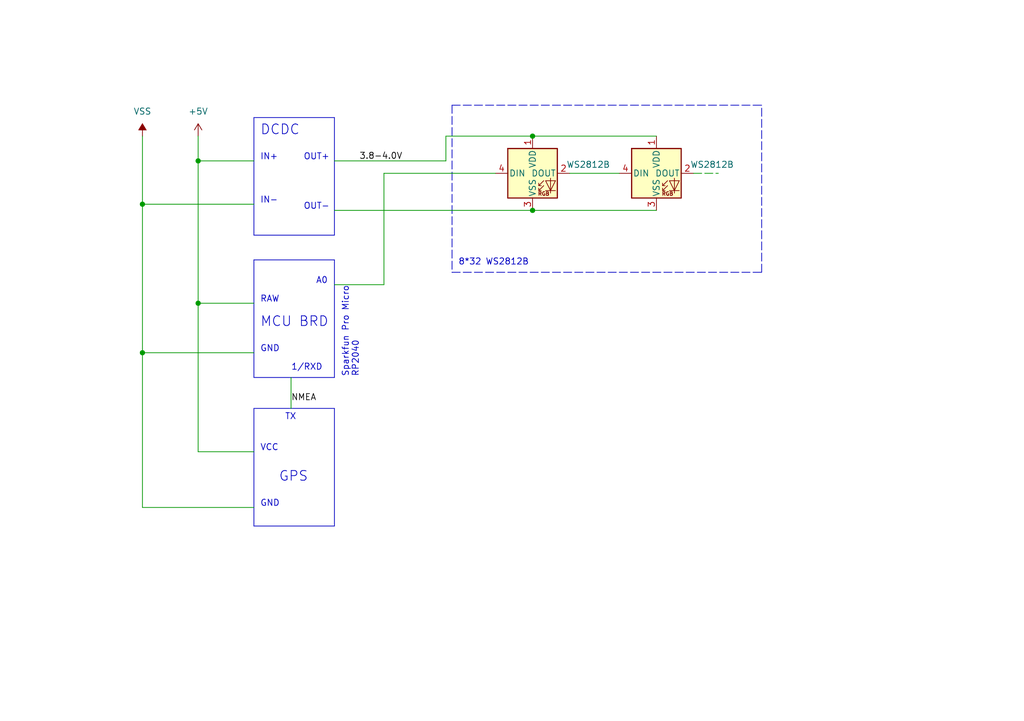
<source format=kicad_sch>
(kicad_sch (version 20211123) (generator eeschema)
  (paper "A5")
  (lib_symbols
    (symbol "LED:WS2812B" (pin_names (offset 0.254))
      (property "Reference" "D" (at 5.08 5.715 0))
      (property "Value" "WS2812B" (at 1.27 -5.715 0))
      (symbol "WS2812B_0_0"
        (text "RGB" (at 2.286 -4.191 0) (effects (font (size 0.762 0.762))))
      )
      (symbol "WS2812B_0_1"
        (polyline (pts (xy 1.27 -3.556) (xy 1.778 -3.556)))
        (polyline (pts (xy 1.27 -2.54) (xy 1.778 -2.54)))
        (polyline (pts (xy 4.699 -3.556) (xy 2.667 -3.556)))
        (polyline (pts (xy 2.286 -2.54) (xy 1.27 -3.556) (xy 1.27 -3.048)))
        (polyline (pts (xy 2.286 -1.524) (xy 1.27 -2.54) (xy 1.27 -2.032)))
        (polyline (pts (xy 3.683 -1.016) (xy 3.683 -3.556) (xy 3.683 -4.064)))
        (polyline (pts (xy 4.699 -1.524) (xy 2.667 -1.524) (xy 3.683 -3.556) (xy 4.699 -1.524)))
        (rectangle (start 5.08 5.08) (end -5.08 -5.08) (stroke (width 0.254)) (fill (type background)))
      )
      (symbol "WS2812B_1_1"
        (pin power_in line (at 0 7.62 270) (length 2.54) (name "VDD") (number "1"))
        (pin output line (at 7.62 0 180) (length 2.54) (name "DOUT") (number "2"))
        (pin power_in line (at 0 -7.62 90) (length 2.54) (name "VSS") (number "3"))
        (pin input line (at -7.62 0 0) (length 2.54) (name "DIN") (number "4"))
      )
    )
    (symbol "power:+5V" (power) (pin_names (offset 0))
      (property "Value" "+5V" (at 0 3.556 0))
      (symbol "+5V_0_1"
        (polyline (pts (xy -0.762 1.27) (xy 0 2.54)))
        (polyline (pts (xy 0 0) (xy 0 2.54)))
        (polyline (pts (xy 0 2.54) (xy 0.762 1.27)))
      )
      (symbol "+5V_1_1"
        (pin power_in line (at 0 0 90) (length 0) hide (name "+5V") (number "1"))
      )
    )
    (symbol "power:VSS" (power) (pin_names (offset 0))
      (property "Value" "VSS" (at 0 3.81 0))
      (symbol "VSS_0_1"
        (polyline (pts (xy 0 0) (xy 0 2.54)))
        (polyline (pts (xy 0.762 1.27) (xy -0.762 1.27) (xy 0 2.54) (xy 0.762 1.27)) (fill (type outline)))
      )
      (symbol "VSS_1_1"
        (pin power_in line (at 0 0 90) (length 0) hide (name "VSS") (number "1"))
      )
    )
  )
  (junction (at 29.21 41.91))
  (junction (at 109.22 43.18))
  (junction (at 40.64 62.23))
  (junction (at 40.64 33.02))
  (junction (at 109.22 27.94))
  (junction (at 29.21 72.39))
  (polyline (pts (xy 52.07 48.26) (xy 68.58 48.26)) (stroke (width 0) (type solid)))
  (polyline (pts (xy 52.07 24.13) (xy 52.07 48.26)) (stroke (width 0) (type solid)))
  (wire (pts (xy 29.21 41.91) (xy 52.07 41.91)))
  (wire (pts (xy 29.21 72.39) (xy 29.21 104.14)))
  (wire (pts (xy 109.22 43.18) (xy 134.62 43.18)))
  (polyline (pts (xy 156.21 55.88) (xy 156.21 21.59)))
  (polyline (pts (xy 52.07 24.13) (xy 68.58 24.13)) (stroke (width 0) (type solid)))
  (wire (pts (xy 101.6 35.56) (xy 78.74 35.56)))
  (polyline (pts (xy 68.58 77.47) (xy 68.58 53.34)) (stroke (width 0) (type solid)))
  (wire (pts (xy 40.64 27.94) (xy 40.64 33.02)))
  (polyline (pts (xy 52.07 77.47) (xy 68.58 77.47)) (stroke (width 0) (type solid)))
  (wire (pts (xy 91.44 33.02) (xy 91.44 27.94)))
  (wire (pts (xy 68.58 58.42) (xy 78.74 58.42)))
  (polyline (pts (xy 52.07 83.82) (xy 68.58 83.82)) (stroke (width 0) (type solid)))
  (polyline (pts (xy 52.07 53.34) (xy 68.58 53.34)) (stroke (width 0) (type solid)))
  (wire (pts (xy 40.64 92.71) (xy 52.07 92.71)))
  (wire (pts (xy 40.64 62.23) (xy 52.07 62.23)))
  (wire (pts (xy 59.69 77.47) (xy 59.69 83.82)))
  (wire (pts (xy 29.21 27.94) (xy 29.21 41.91)))
  (wire (pts (xy 29.21 72.39) (xy 52.07 72.39)))
  (wire (pts (xy 40.64 33.02) (xy 52.07 33.02)))
  (wire (pts (xy 29.21 41.91) (xy 29.21 72.39)))
  (polyline (pts (xy 92.71 55.88) (xy 156.21 55.88)))
  (wire (pts (xy 29.21 104.14) (xy 52.07 104.14)))
  (polyline (pts (xy 52.07 107.95) (xy 68.58 107.95)) (stroke (width 0) (type solid)))
  (polyline (pts (xy 52.07 53.34) (xy 52.07 77.47)) (stroke (width 0) (type solid)))
  (polyline (pts (xy 68.58 48.26) (xy 68.58 24.13)) (stroke (width 0) (type solid)))
  (wire (pts (xy 40.64 62.23) (xy 40.64 92.71)))
  (wire (pts (xy 40.64 33.02) (xy 40.64 62.23)))
  (polyline (pts (xy 92.71 21.59) (xy 156.21 21.59)))
  (wire (pts (xy 68.58 33.02) (xy 91.44 33.02)))
  (polyline (pts (xy 68.58 107.95) (xy 68.58 83.82)) (stroke (width 0) (type solid)))
  (wire (pts (xy 68.58 43.18) (xy 109.22 43.18)))
  (wire (pts (xy 91.44 27.94) (xy 109.22 27.94)))
  (wire (pts (xy 116.84 35.56) (xy 127 35.56)))
  (polyline (pts (xy 92.71 21.59) (xy 92.71 55.88)))
  (wire (pts (xy 142.24 35.56) (xy 147.32 35.56)) (stroke (width 0) (type dash)))
  (wire (pts (xy 109.22 27.94) (xy 134.62 27.94)))
  (wire (pts (xy 78.74 35.56) (xy 78.74 58.42)))
  (polyline (pts (xy 52.07 83.82) (xy 52.07 107.95)) (stroke (width 0) (type solid)))
  (text "RAW" (at 53.34 62.23 0) (effects (font (size 1.27 1.27)) (justify left bottom)))
  (text "8*32 WS2812B" (at 93.98 54.61 0) (effects (font (size 1.27 1.27)) (justify left bottom)))
  (text "VCC\n" (at 53.34 92.71 0) (effects (font (size 1.27 1.27)) (justify left bottom)))
  (text "GND\n" (at 53.34 104.14 0) (effects (font (size 1.27 1.27)) (justify left bottom)))
  (text "IN+" (at 53.34 33.02 0) (effects (font (size 1.27 1.27)) (justify left bottom)))
  (text "Sparkfun Pro Micro\nRP2040" (at 73.66 77.47 90) (effects (font (size 1.27 1.27)) (justify left bottom)))
  (text "TX" (at 58.42 86.36 0) (effects (font (size 1.27 1.27)) (justify left bottom)))
  (text "1/RXD" (at 59.69 76.2 0) (effects (font (size 1.27 1.27)) (justify left bottom)))
  (text "DCDC" (at 53.34 27.94 0) (effects (font (size 2 2)) (justify left bottom)))
  (text "IN-" (at 53.34 41.91 0) (effects (font (size 1.27 1.27)) (justify left bottom)))
  (text "GND" (at 53.34 72.39 0) (effects (font (size 1.27 1.27)) (justify left bottom)))
  (text "OUT-" (at 62.23 43.18 0) (effects (font (size 1.27 1.27)) (justify left bottom)))
  (text "GPS" (at 57.15 99.06 0) (effects (font (size 2 2)) (justify left bottom)))
  (text "MCU BRD" (at 53.34 67.31 0) (effects (font (size 2 2)) (justify left bottom)))
  (text "A0" (at 64.77 58.42 0) (effects (font (size 1.27 1.27)) (justify left bottom)))
  (text "OUT+" (at 62.23 33.02 0) (effects (font (size 1.27 1.27)) (justify left bottom)))
  (label "NMEA" (at 59.69 82.55 0))
  (label "3.8-4.0V" (at 73.66 33.02 0))
  (symbol (lib_id "power:+5V") (at 40.64 27.94 0) (unit 1)
    (property "Reference" "#PWR?" (effects hide))
    (property "Value" "+5V" (at 40.64 22.86 0))
  )
  (symbol (lib_id "LED:WS2812B") (at 109.22 35.56 0) (unit 1)
    (property "Reference" "D?" (effects hide))
    (property "Value" "WS2812B" (at 120.65 33.7693 0))
    (property "Footprint" "LED_SMD:LED_WS2812B_PLCC4_5.0x5.0mm_P3.2mm" (effects hide))
    (property "Datasheet" "https://cdn-shop.adafruit.com/datasheets/WS2812B.pdf" (effects hide))
  )
  (symbol (lib_id "LED:WS2812B") (at 134.62 35.56 0) (unit 1)
    (property "Reference" "D?" (effects hide))
    (property "Value" "WS2812B" (at 146.05 33.7693 0))
    (property "Footprint" "LED_SMD:LED_WS2812B_PLCC4_5.0x5.0mm_P3.2mm" (effects hide))
    (property "Datasheet" "https://cdn-shop.adafruit.com/datasheets/WS2812B.pdf" (effects hide))
  )
  (symbol (lib_id "power:VSS") (at 29.21 27.94 0) (unit 1)
    (property "Reference" "#PWR?" (effects hide))
    (property "Value" "VSS" (at 29.21 22.86 0))
  )
)
</source>
